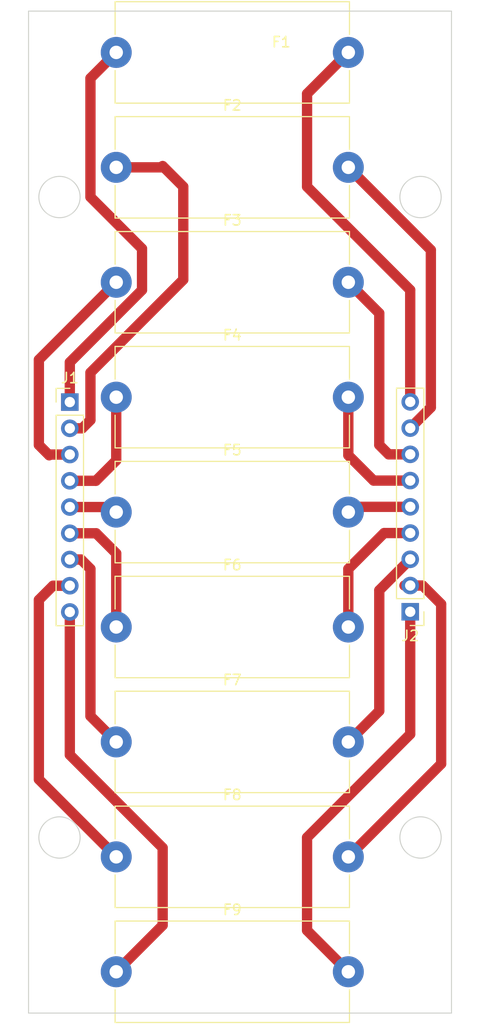
<source format=kicad_pcb>
(kicad_pcb (version 20211014) (generator pcbnew)
  (layers (0 "F.Cu" signal "cobre frontal") (31 "B.Cu" signal "Cobre traseira") (34 "B.Paste" user "Pasta traseira") (35 "F.Paste" user "Pasta frontal") (36 "B.SilkS" user "Serigrafia traseira") (37 "F.SilkS" user "Serigrafia frontal") (38 "B.Mask" user "Máscara traseira") (39 "F.Mask" user "Máscara frontal") (44 "Edge.Cuts" user "Cortes contorno"))
  (net 0 "")
  (net 1 "Net-(F1-Pad1)")
  (net 2 "Net-(F1-Pad2)")
  (net 3 "Net-(F2-Pad1)")
  (net 4 "Net-(F2-Pad2)")
  (net 5 "Net-(F3-Pad1)")
  (net 6 "Net-(F3-Pad2)")
  (net 7 "Net-(F4-Pad1)")
  (net 8 "Net-(F4-Pad2)")
  (net 9 "Net-(F5-Pad1)")
  (net 10 "Net-(F5-Pad2)")
  (net 11 "Net-(F6-Pad1)")
  (net 12 "Net-(F6-Pad2)")
  (net 13 "Net-(F7-Pad1)")
  (net 14 "Net-(F7-Pad2)")
  (net 15 "Net-(F8-Pad1)")
  (net 16 "Net-(F8-Pad2)")
  (net 17 "Net-(F9-Pad1)")
  (net 18 "Net-(F9-Pad2)")
  (footprint "Fuse:Fuseholder_Cylinder-5x20mm_Schurter_0031_8201_Horizontal_Open" (layer "F.Cu") (at 174.5 46.25)
    (fp_text reference "F3" (at 11.25 -6) (layer "F.SilkS"))
    (fp_text value "Fuse")
    (fp_line (start -0.11 -4.91) (end 22.61 -4.91) (layer "F.SilkS") (width 0.12))
    (fp_line (start 22.61 4.91) (end 22.61 1.75) (layer "F.SilkS") (width 0.12))
    (fp_line (start -0.11 4.91) (end -0.11 1.75) (layer "F.SilkS") (width 0.12))
    (fp_line (start 22.61 -1.75) (end 22.61 -4.91) (layer "F.SilkS") (width 0.12))
    (fp_line (start -0.11 4.91) (end 22.61 4.91) (layer "F.SilkS") (width 0.12))
    (fp_line (start -0.11 -1.75) (end -0.11 -4.91) (layer "F.SilkS") (width 0.12))
    (pad "" np_thru_hole circle (at 11.25 0) (size 2.7 2.7) (drill 2.7) (layers *.Cu *.Mask))
    (pad "1" thru_hole circle (at 0 0) (size 3 3) (drill 1.3) (layers *.Cu *.Mask) (net 5 "Net-(F3-Pad1)"))
    (pad "2" thru_hole circle (at 22.5 0) (size 3 3) (drill 1.3) (layers *.Cu *.Mask) (net 6 "Net-(F3-Pad2)"))
  )
  (footprint "Fuse:Fuseholder_Cylinder-5x20mm_Schurter_0031_8201_Horizontal_Open" (layer "F.Cu") (at 174.5 24)
    (fp_text reference "F1" (at 16 -1) (layer "F.SilkS"))
    (fp_text value "Fuse")
    (fp_line (start -0.11 -4.91) (end 22.61 -4.91) (layer "F.SilkS") (width 0.12))
    (fp_line (start -0.11 -1.75) (end -0.11 -4.91) (layer "F.SilkS") (width 0.12))
    (fp_line (start -0.11 4.91) (end -0.11 1.75) (layer "F.SilkS") (width 0.12))
    (fp_line (start -0.11 4.91) (end 22.61 4.91) (layer "F.SilkS") (width 0.12))
    (fp_line (start 22.61 -1.75) (end 22.61 -4.91) (layer "F.SilkS") (width 0.12))
    (fp_line (start 22.61 4.91) (end 22.61 1.75) (layer "F.SilkS") (width 0.12))
    (pad "" np_thru_hole circle (at 11.25 0) (size 2.7 2.7) (drill 2.7) (layers *.Cu *.Mask))
    (pad "1" thru_hole circle (at 0 0) (size 3 3) (drill 1.3) (layers *.Cu *.Mask) (net 1 "Net-(F1-Pad1)"))
    (pad "2" thru_hole circle (at 22.5 0) (size 3 3) (drill 1.3) (layers *.Cu *.Mask) (net 2 "Net-(F1-Pad2)"))
  )
  (footprint "Fuse:Fuseholder_Cylinder-5x20mm_Schurter_0031_8201_Horizontal_Open" (layer "F.Cu") (at 174.5 90.75)
    (fp_text reference "F7" (at 11.25 -6) (layer "F.SilkS"))
    (fp_text value "Fuse")
    (fp_line (start 22.61 4.91) (end 22.61 1.75) (layer "F.SilkS") (width 0.12))
    (fp_line (start -0.11 4.91) (end 22.61 4.91) (layer "F.SilkS") (width 0.12))
    (fp_line (start -0.11 4.91) (end -0.11 1.75) (layer "F.SilkS") (width 0.12))
    (fp_line (start -0.11 -4.91) (end 22.61 -4.91) (layer "F.SilkS") (width 0.12))
    (fp_line (start 22.61 -1.75) (end 22.61 -4.91) (layer "F.SilkS") (width 0.12))
    (fp_line (start -0.11 -1.75) (end -0.11 -4.91) (layer "F.SilkS") (width 0.12))
    (pad "" np_thru_hole circle (at 11.25 0) (size 2.7 2.7) (drill 2.7) (layers *.Cu *.Mask))
    (pad "1" thru_hole circle (at 0 0) (size 3 3) (drill 1.3) (layers *.Cu *.Mask) (net 13 "Net-(F7-Pad1)"))
    (pad "2" thru_hole circle (at 22.5 0) (size 3 3) (drill 1.3) (layers *.Cu *.Mask) (net 14 "Net-(F7-Pad2)"))
  )
  (footprint "Fuse:Fuseholder_Cylinder-5x20mm_Schurter_0031_8201_Horizontal_Open" (layer "F.Cu") (at 174.5 35.125)
    (fp_text reference "F2" (at 11.25 -6) (layer "F.SilkS"))
    (fp_text value "Fuse")
    (fp_line (start 22.61 4.91) (end 22.61 1.75) (layer "F.SilkS") (width 0.12))
    (fp_line (start -0.11 4.91) (end -0.11 1.75) (layer "F.SilkS") (width 0.12))
    (fp_line (start -0.11 4.91) (end 22.61 4.91) (layer "F.SilkS") (width 0.12))
    (fp_line (start -0.11 -1.75) (end -0.11 -4.91) (layer "F.SilkS") (width 0.12))
    (fp_line (start -0.11 -4.91) (end 22.61 -4.91) (layer "F.SilkS") (width 0.12))
    (fp_line (start 22.61 -1.75) (end 22.61 -4.91) (layer "F.SilkS") (width 0.12))
    (pad "" np_thru_hole circle (at 11.25 0) (size 2.7 2.7) (drill 2.7) (layers *.Cu *.Mask))
    (pad "1" thru_hole circle (at 0 0) (size 3 3) (drill 1.3) (layers *.Cu *.Mask) (net 3 "Net-(F2-Pad1)"))
    (pad "2" thru_hole circle (at 22.5 0) (size 3 3) (drill 1.3) (layers *.Cu *.Mask) (net 4 "Net-(F2-Pad2)"))
  )
  (footprint "Fuse:Fuseholder_Cylinder-5x20mm_Schurter_0031_8201_Horizontal_Open" (layer "F.Cu") (at 174.5 79.625)
    (fp_text reference "F6" (at 11.25 -6) (layer "F.SilkS"))
    (fp_text value "Fuse")
    (fp_line (start -0.11 4.91) (end 22.61 4.91) (layer "F.SilkS") (width 0.12))
    (fp_line (start -0.11 -4.91) (end 22.61 -4.91) (layer "F.SilkS") (width 0.12))
    (fp_line (start -0.11 -1.75) (end -0.11 -4.91) (layer "F.SilkS") (width 0.12))
    (fp_line (start 22.61 4.91) (end 22.61 1.75) (layer "F.SilkS") (width 0.12))
    (fp_line (start 22.61 -1.75) (end 22.61 -4.91) (layer "F.SilkS") (width 0.12))
    (fp_line (start -0.11 4.91) (end -0.11 1.75) (layer "F.SilkS") (width 0.12))
    (pad "" np_thru_hole circle (at 11.25 0) (size 2.7 2.7) (drill 2.7) (layers *.Cu *.Mask))
    (pad "1" thru_hole circle (at 0 0) (size 3 3) (drill 1.3) (layers *.Cu *.Mask) (net 11 "Net-(F6-Pad1)"))
    (pad "2" thru_hole circle (at 22.5 0) (size 3 3) (drill 1.3) (layers *.Cu *.Mask) (net 12 "Net-(F6-Pad2)"))
  )
  (footprint "Fuse:Fuseholder_Cylinder-5x20mm_Schurter_0031_8201_Horizontal_Open" (layer "F.Cu") (at 174.5 113)
    (fp_text reference "F9" (at 11.25 -6) (layer "F.SilkS"))
    (fp_text value "Fuse")
    (fp_line (start -0.11 4.91) (end -0.11 1.75) (layer "F.SilkS") (width 0.12))
    (fp_line (start -0.11 -1.75) (end -0.11 -4.91) (layer "F.SilkS") (width 0.12))
    (fp_line (start 22.61 4.91) (end 22.61 1.75) (layer "F.SilkS") (width 0.12))
    (fp_line (start -0.11 -4.91) (end 22.61 -4.91) (layer "F.SilkS") (width 0.12))
    (fp_line (start -0.11 4.91) (end 22.61 4.91) (layer "F.SilkS") (width 0.12))
    (fp_line (start 22.61 -1.75) (end 22.61 -4.91) (layer "F.SilkS") (width 0.12))
    (pad "" np_thru_hole circle (at 11.25 0) (size 2.7 2.7) (drill 2.7) (layers *.Cu *.Mask))
    (pad "1" thru_hole circle (at 0 0) (size 3 3) (drill 1.3) (layers *.Cu *.Mask) (net 17 "Net-(F9-Pad1)"))
    (pad "2" thru_hole circle (at 22.5 0) (size 3 3) (drill 1.3) (layers *.Cu *.Mask) (net 18 "Net-(F9-Pad2)"))
  )
  (footprint "Fuse:Fuseholder_Cylinder-5x20mm_Schurter_0031_8201_Horizontal_Open" (layer "F.Cu") (at 174.5 101.875)
    (fp_text reference "F8" (at 11.25 -6) (layer "F.SilkS"))
    (fp_text value "Fuse")
    (fp_line (start -0.11 4.91) (end -0.11 1.75) (layer "F.SilkS") (width 0.12))
    (fp_line (start -0.11 4.91) (end 22.61 4.91) (layer "F.SilkS") (width 0.12))
    (fp_line (start -0.11 -4.91) (end 22.61 -4.91) (layer "F.SilkS") (width 0.12))
    (fp_line (start -0.11 -1.75) (end -0.11 -4.91) (layer "F.SilkS") (width 0.12))
    (fp_line (start 22.61 -1.75) (end 22.61 -4.91) (layer "F.SilkS") (width 0.12))
    (fp_line (start 22.61 4.91) (end 22.61 1.75) (layer "F.SilkS") (width 0.12))
    (pad "" np_thru_hole circle (at 11.25 0) (size 2.7 2.7) (drill 2.7) (layers *.Cu *.Mask))
    (pad "1" thru_hole circle (at 0 0) (size 3 3) (drill 1.3) (layers *.Cu *.Mask) (net 15 "Net-(F8-Pad1)"))
    (pad "2" thru_hole circle (at 22.5 0) (size 3 3) (drill 1.3) (layers *.Cu *.Mask) (net 16 "Net-(F8-Pad2)"))
  )
  (footprint "Fuse:Fuseholder_Cylinder-5x20mm_Schurter_0031_8201_Horizontal_Open" (layer "F.Cu") (at 174.5 57.375)
    (fp_text reference "F4" (at 11.25 -6) (layer "F.SilkS"))
    (fp_text value "Fuse")
    (fp_line (start -0.11 4.91) (end -0.11 1.75) (layer "F.SilkS") (width 0.12))
    (fp_line (start -0.11 4.91) (end 22.61 4.91) (layer "F.SilkS") (width 0.12))
    (fp_line (start -0.11 -4.91) (end 22.61 -4.91) (layer "F.SilkS") (width 0.12))
    (fp_line (start 22.61 -1.75) (end 22.61 -4.91) (layer "F.SilkS") (width 0.12))
    (fp_line (start 22.61 4.91) (end 22.61 1.75) (layer "F.SilkS") (width 0.12))
    (fp_line (start -0.11 -1.75) (end -0.11 -4.91) (layer "F.SilkS") (width 0.12))
    (pad "" np_thru_hole circle (at 11.25 0) (size 2.7 2.7) (drill 2.7) (layers *.Cu *.Mask))
    (pad "1" thru_hole circle (at 0 0) (size 3 3) (drill 1.3) (layers *.Cu *.Mask) (net 7 "Net-(F4-Pad1)"))
    (pad "2" thru_hole circle (at 22.5 0) (size 3 3) (drill 1.3) (layers *.Cu *.Mask) (net 8 "Net-(F4-Pad2)"))
  )
  (footprint "Fuse:Fuseholder_Cylinder-5x20mm_Schurter_0031_8201_Horizontal_Open" (layer "F.Cu") (at 174.5 68.5)
    (fp_text reference "F5" (at 11.25 -6) (layer "F.SilkS"))
    (fp_text value "Fuse")
    (fp_line (start -0.11 4.91) (end 22.61 4.91) (layer "F.SilkS") (width 0.12))
    (fp_line (start -0.11 4.91) (end -0.11 1.75) (layer "F.SilkS") (width 0.12))
    (fp_line (start -0.11 -4.91) (end 22.61 -4.91) (layer "F.SilkS") (width 0.12))
    (fp_line (start 22.61 -1.75) (end 22.61 -4.91) (layer "F.SilkS") (width 0.12))
    (fp_line (start -0.11 -1.75) (end -0.11 -4.91) (layer "F.SilkS") (width 0.12))
    (fp_line (start 22.61 4.91) (end 22.61 1.75) (layer "F.SilkS") (width 0.12))
    (pad "" np_thru_hole circle (at 11.25 0) (size 2.7 2.7) (drill 2.7) (layers *.Cu *.Mask))
    (pad "1" thru_hole circle (at 0 0) (size 3 3) (drill 1.3) (layers *.Cu *.Mask) (net 9 "Net-(F5-Pad1)"))
    (pad "2" thru_hole circle (at 22.5 0) (size 3 3) (drill 1.3) (layers *.Cu *.Mask) (net 10 "Net-(F5-Pad2)"))
  )
  (footprint "Connector_PinHeader_2.54mm:PinHeader_1x09_P2.54mm_Vertical" (layer "F.Cu") (at 170 57.85)
    (fp_text reference "J1" (at 0 -2.33) (layer "F.SilkS"))
    (fp_text value "Conn_01x09_Male")
    (fp_line (start -1.33 1.27) (end 1.33 1.27) (layer "F.SilkS") (width 0.12))
    (fp_line (start -1.33 1.27) (end -1.33 21.65) (layer "F.SilkS") (width 0.12))
    (fp_line (start -1.33 -1.33) (end 0 -1.33) (layer "F.SilkS") (width 0.12))
    (fp_line (start -1.33 21.65) (end 1.33 21.65) (layer "F.SilkS") (width 0.12))
    (fp_line (start 1.33 1.27) (end 1.33 21.65) (layer "F.SilkS") (width 0.12))
    (fp_line (start -1.33 0) (end -1.33 -1.33) (layer "F.SilkS") (width 0.12))
    (pad "1" thru_hole rect (at 0 0) (size 1.7 1.7) (drill 1) (layers *.Cu *.Mask) (net 1 "Net-(F1-Pad1)"))
    (pad "2" thru_hole oval (at 0 2.54) (size 1.7 1.7) (drill 1) (layers *.Cu *.Mask) (net 3 "Net-(F2-Pad1)"))
    (pad "3" thru_hole oval (at 0 5.08) (size 1.7 1.7) (drill 1) (layers *.Cu *.Mask) (net 5 "Net-(F3-Pad1)"))
    (pad "4" thru_hole oval (at 0 7.62) (size 1.7 1.7) (drill 1) (layers *.Cu *.Mask) (net 7 "Net-(F4-Pad1)"))
    (pad "5" thru_hole oval (at 0 10.16) (size 1.7 1.7) (drill 1) (layers *.Cu *.Mask) (net 9 "Net-(F5-Pad1)"))
    (pad "6" thru_hole oval (at 0 12.7) (size 1.7 1.7) (drill 1) (layers *.Cu *.Mask) (net 11 "Net-(F6-Pad1)"))
    (pad "7" thru_hole oval (at 0 15.24) (size 1.7 1.7) (drill 1) (layers *.Cu *.Mask) (net 13 "Net-(F7-Pad1)"))
    (pad "8" thru_hole oval (at 0 17.78) (size 1.7 1.7) (drill 1) (layers *.Cu *.Mask) (net 15 "Net-(F8-Pad1)"))
    (pad "9" thru_hole oval (at 0 20.32) (size 1.7 1.7) (drill 1) (layers *.Cu *.Mask) (net 17 "Net-(F9-Pad1)"))
  )
  (footprint "Connector_PinHeader_2.54mm:PinHeader_1x09_P2.54mm_Vertical" (layer "F.Cu") (at 203 78.15 180)
    (fp_text reference "J2" (at 0 -2.33) (layer "F.SilkS"))
    (fp_text value "Conn_01x09_Male")
    (fp_line (start 1.33 1.27) (end 1.33 21.65) (layer "F.SilkS") (width 0.12))
    (fp_line (start -1.33 1.27) (end -1.33 21.65) (layer "F.SilkS") (width 0.12))
    (fp_line (start -1.33 21.65) (end 1.33 21.65) (layer "F.SilkS") (width 0.12))
    (fp_line (start -1.33 -1.33) (end 0 -1.33) (layer "F.SilkS") (width 0.12))
    (fp_line (start -1.33 0) (end -1.33 -1.33) (layer "F.SilkS") (width 0.12))
    (fp_line (start -1.33 1.27) (end 1.33 1.27) (layer "F.SilkS") (width 0.12))
    (pad "1" thru_hole rect (at 0 0 180) (size 1.7 1.7) (drill 1) (layers *.Cu *.Mask) (net 18 "Net-(F9-Pad2)"))
    (pad "2" thru_hole oval (at 0 2.54 180) (size 1.7 1.7) (drill 1) (layers *.Cu *.Mask) (net 16 "Net-(F8-Pad2)"))
    (pad "3" thru_hole oval (at 0 5.08 180) (size 1.7 1.7) (drill 1) (layers *.Cu *.Mask) (net 14 "Net-(F7-Pad2)"))
    (pad "4" thru_hole oval (at 0 7.62 180) (size 1.7 1.7) (drill 1) (layers *.Cu *.Mask) (net 12 "Net-(F6-Pad2)"))
    (pad "5" thru_hole oval (at 0 10.16 180) (size 1.7 1.7) (drill 1) (layers *.Cu *.Mask) (net 10 "Net-(F5-Pad2)"))
    (pad "6" thru_hole oval (at 0 12.7 180) (size 1.7 1.7) (drill 1) (layers *.Cu *.Mask) (net 8 "Net-(F4-Pad2)"))
    (pad "7" thru_hole oval (at 0 15.24 180) (size 1.7 1.7) (drill 1) (layers *.Cu *.Mask) (net 6 "Net-(F3-Pad2)"))
    (pad "8" thru_hole oval (at 0 17.78 180) (size 1.7 1.7) (drill 1) (layers *.Cu *.Mask) (net 4 "Net-(F2-Pad2)"))
    (pad "9" thru_hole oval (at 0 20.32 180) (size 1.7 1.7) (drill 1) (layers *.Cu *.Mask) (net 2 "Net-(F1-Pad2)"))
  )
  (gr_line (start 207 117) (end 207 20) (layer "Edge.Cuts") (width 0.1))
  (gr_line (start 207 20) (end 166 20) (layer "Edge.Cuts") (width 0.1))
  (gr_circle (center 204 38) (end 202 38) (layer "Edge.Cuts") (width 0.1) (fill none))
  (gr_circle (center 204 100) (end 202 100) (layer "Edge.Cuts") (width 0.1) (fill none))
  (gr_circle (center 169 100) (end 167 100) (layer "Edge.Cuts") (width 0.1) (fill none))
  (gr_line (start 166 117) (end 207 117) (layer "Edge.Cuts") (width 0.1))
  (gr_line (start 166 20) (end 166 117) (layer "Edge.Cuts") (width 0.1))
  (gr_circle (center 169 38) (end 167 38) (layer "Edge.Cuts") (width 0.1) (fill none))
  (segment (start 177 43) (end 172 38) (width 1) (layer "F.Cu") (net 1))
  (segment (start 170 54) (end 177 47) (width 1) (layer "F.Cu") (net 1))
  (segment (start 172 26.5) (end 174.5 24) (width 1) (layer "F.Cu") (net 1))
  (segment (start 177 47) (end 177 43) (width 1) (layer "F.Cu") (net 1))
  (segment (start 170 57.85) (end 170 54) (width 1) (layer "F.Cu") (net 1))
  (segment (start 172 38) (end 172 26.5) (width 1) (layer "F.Cu") (net 1))
  (segment (start 193 28) (end 197 24) (width 1) (layer "F.Cu") (net 2))
  (segment (start 193 37) (end 193 28) (width 1) (layer "F.Cu") (net 2))
  (segment (start 203 57.83) (end 203 47) (width 1) (layer "F.Cu") (net 2))
  (segment (start 203 47) (end 193 37) (width 1) (layer "F.Cu") (net 2))
  (segment (start 178.875 35.125) (end 174.5 35.125) (width 1) (layer "F.Cu") (net 3))
  (segment (start 181 37) (end 179 35) (width 1) (layer "F.Cu") (net 3))
  (segment (start 172 55) (end 181 46) (width 1) (layer "F.Cu") (net 3))
  (segment (start 171.202081 60.39) (end 172 59.592081) (width 1) (layer "F.Cu") (net 3))
  (segment (start 170 60.39) (end 171.202081 60.39) (width 1) (layer "F.Cu") (net 3))
  (segment (start 179 35) (end 178.875 35.125) (width 1) (layer "F.Cu") (net 3))
  (segment (start 181 46) (end 181 37) (width 1) (layer "F.Cu") (net 3))
  (segment (start 172 59.592081) (end 172 55) (width 1) (layer "F.Cu") (net 3))
  (segment (start 205 58.37) (end 205 43.125) (width 1) (layer "F.Cu") (net 4))
  (segment (start 205 43.125) (end 197 35.125) (width 1) (layer "F.Cu") (net 4))
  (segment (start 203 60.37) (end 205 58.37) (width 1) (layer "F.Cu") (net 4))
  (segment (start 168 63) (end 167 62) (width 1) (layer "F.Cu") (net 5))
  (segment (start 170 62.93) (end 168.07 62.93) (width 1) (layer "F.Cu") (net 5))
  (segment (start 167 62) (end 167 53.75) (width 1) (layer "F.Cu") (net 5))
  (segment (start 167 53.75) (end 174.5 46.25) (width 1) (layer "F.Cu") (net 5))
  (segment (start 168.07 62.93) (end 168 63) (width 1) (layer "F.Cu") (net 5))
  (segment (start 203 62.91) (end 200.91 62.91) (width 1) (layer "F.Cu") (net 6))
  (segment (start 200.91 62.91) (end 200 62) (width 1) (layer "F.Cu") (net 6))
  (segment (start 200 49.25) (end 197 46.25) (width 1) (layer "F.Cu") (net 6))
  (segment (start 200 62) (end 200 49.25) (width 1) (layer "F.Cu") (net 6))
  (segment (start 170 65.47) (end 172.53 65.47) (width 1) (layer "F.Cu") (net 7))
  (segment (start 174.5 63.5) (end 174.5 57.375) (width 1) (layer "F.Cu") (net 7))
  (segment (start 172.53 65.47) (end 174.5 63.5) (width 1) (layer "F.Cu") (net 7))
  (segment (start 197 63) (end 199.45 65.45) (width 1) (layer "F.Cu") (net 8))
  (segment (start 197 57.375) (end 197 63) (width 1) (layer "F.Cu") (net 8))
  (segment (start 199.45 65.45) (end 203 65.45) (width 1) (layer "F.Cu") (net 8))
  (segment (start 174.01 68.01) (end 174.5 68.5) (width 1) (layer "F.Cu") (net 9))
  (segment (start 170 68.01) (end 174.01 68.01) (width 1) (layer "F.Cu") (net 9))
  (segment (start 203 67.99) (end 197.51 67.99) (width 1) (layer "F.Cu") (net 10))
  (segment (start 197.51 67.99) (end 197 68.5) (width 1) (layer "F.Cu") (net 10))
  (segment (start 174.5 72.5) (end 174.5 79.625) (width 1) (layer "F.Cu") (net 11))
  (segment (start 170 70.55) (end 172.55 70.55) (width 1) (layer "F.Cu") (net 11))
  (segment (start 172.55 70.55) (end 174.5 72.5) (width 1) (layer "F.Cu") (net 11))
  (segment (start 200.47 70.53) (end 203 70.53) (width 1) (layer "F.Cu") (net 12))
  (segment (start 197 79.625) (end 197 74) (width 1) (layer "F.Cu") (net 12))
  (segment (start 197 74) (end 200.47 70.53) (width 1) (layer "F.Cu") (net 12))
  (segment (start 170 73.09) (end 171.09 73.09) (width 1) (layer "F.Cu") (net 13))
  (segment (start 171.09 73.09) (end 172 74) (width 1) (layer "F.Cu") (net 13))
  (segment (start 172 74) (end 172 88.25) (width 1) (layer "F.Cu") (net 13))
  (segment (start 172 88.25) (end 174.5 90.75) (width 1) (layer "F.Cu") (net 13))
  (segment (start 200 76.07) (end 200 87.75) (width 1) (layer "F.Cu") (net 14))
  (segment (start 200 87.75) (end 197 90.75) (width 1) (layer "F.Cu") (net 14))
  (segment (start 203 73.07) (end 200 76.07) (width 1) (layer "F.Cu") (net 14))
  (segment (start 170 75.63) (end 168.37 75.63) (width 1) (layer "F.Cu") (net 15))
  (segment (start 168.37 75.63) (end 167 77) (width 1) (layer "F.Cu") (net 15))
  (segment (start 167 94.375) (end 174.5 101.875) (width 1) (layer "F.Cu") (net 15))
  (segment (start 167 77) (end 167 94.375) (width 1) (layer "F.Cu") (net 15))
  (segment (start 203 75.61) (end 204.202081 75.61) (width 1) (layer "F.Cu") (net 16))
  (segment (start 204.202081 75.61) (end 206 77.407919) (width 1) (layer "F.Cu") (net 16))
  (segment (start 203 75.61) (end 202.440978 75.61) (width 1) (layer "F.Cu") (net 16))
  (segment (start 206 92.875) (end 197 101.875) (width 1) (layer "F.Cu") (net 16))
  (segment (start 206 77.407919) (end 206 92.875) (width 1) (layer "F.Cu") (net 16))
  (segment (start 170 78.17) (end 170 92) (width 1) (layer "F.Cu") (net 17))
  (segment (start 170 92) (end 179 101) (width 1) (layer "F.Cu") (net 17))
  (segment (start 179 108.5) (end 174.5 113) (width 1) (layer "F.Cu") (net 17))
  (segment (start 179 101) (end 179 108.5) (width 1) (layer "F.Cu") (net 17))
  (segment (start 193 100) (end 193 109) (width 1) (layer "F.Cu") (net 18))
  (segment (start 203 90) (end 193 100) (width 1) (layer "F.Cu") (net 18))
  (segment (start 193 109) (end 197 113) (width 1) (layer "F.Cu") (net 18))
  (segment (start 203 78.15) (end 203 90) (width 1) (layer "F.Cu") (net 18))
)
</source>
